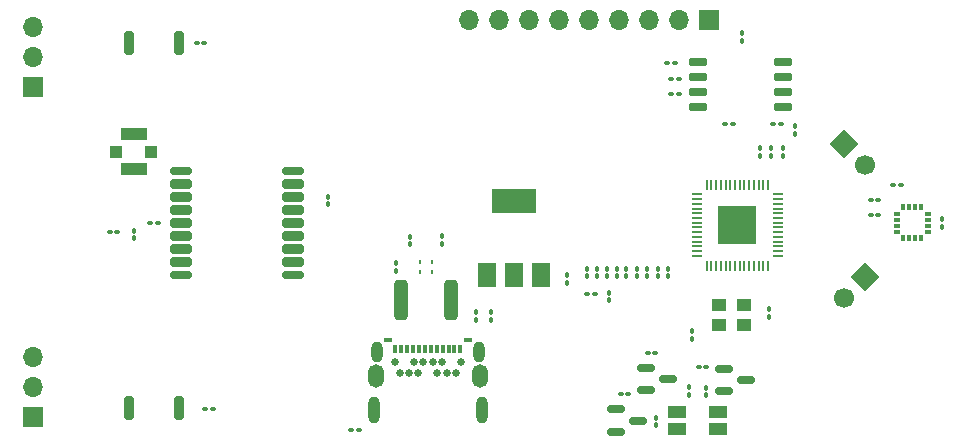
<source format=gbr>
%TF.GenerationSoftware,KiCad,Pcbnew,8.0.1*%
%TF.CreationDate,2024-03-30T16:51:40-04:00*%
%TF.ProjectId,pulp,70756c70-2e6b-4696-9361-645f70636258,rev?*%
%TF.SameCoordinates,Original*%
%TF.FileFunction,Soldermask,Top*%
%TF.FilePolarity,Negative*%
%FSLAX46Y46*%
G04 Gerber Fmt 4.6, Leading zero omitted, Abs format (unit mm)*
G04 Created by KiCad (PCBNEW 8.0.1) date 2024-03-30 16:51:40*
%MOMM*%
%LPD*%
G01*
G04 APERTURE LIST*
G04 Aperture macros list*
%AMRoundRect*
0 Rectangle with rounded corners*
0 $1 Rounding radius*
0 $2 $3 $4 $5 $6 $7 $8 $9 X,Y pos of 4 corners*
0 Add a 4 corners polygon primitive as box body*
4,1,4,$2,$3,$4,$5,$6,$7,$8,$9,$2,$3,0*
0 Add four circle primitives for the rounded corners*
1,1,$1+$1,$2,$3*
1,1,$1+$1,$4,$5*
1,1,$1+$1,$6,$7*
1,1,$1+$1,$8,$9*
0 Add four rect primitives between the rounded corners*
20,1,$1+$1,$2,$3,$4,$5,0*
20,1,$1+$1,$4,$5,$6,$7,0*
20,1,$1+$1,$6,$7,$8,$9,0*
20,1,$1+$1,$8,$9,$2,$3,0*%
%AMHorizOval*
0 Thick line with rounded ends*
0 $1 width*
0 $2 $3 position (X,Y) of the first rounded end (center of the circle)*
0 $4 $5 position (X,Y) of the second rounded end (center of the circle)*
0 Add line between two ends*
20,1,$1,$2,$3,$4,$5,0*
0 Add two circle primitives to create the rounded ends*
1,1,$1,$2,$3*
1,1,$1,$4,$5*%
%AMRotRect*
0 Rectangle, with rotation*
0 The origin of the aperture is its center*
0 $1 length*
0 $2 width*
0 $3 Rotation angle, in degrees counterclockwise*
0 Add horizontal line*
21,1,$1,$2,0,0,$3*%
G04 Aperture macros list end*
%ADD10RoundRect,0.100000X-0.100000X0.130000X-0.100000X-0.130000X0.100000X-0.130000X0.100000X0.130000X0*%
%ADD11RoundRect,0.250000X0.312500X1.450000X-0.312500X1.450000X-0.312500X-1.450000X0.312500X-1.450000X0*%
%ADD12RoundRect,0.100000X0.130000X0.100000X-0.130000X0.100000X-0.130000X-0.100000X0.130000X-0.100000X0*%
%ADD13O,1.700000X1.700000*%
%ADD14R,1.700000X1.700000*%
%ADD15RoundRect,0.100000X0.100000X-0.130000X0.100000X0.130000X-0.100000X0.130000X-0.100000X-0.130000X0*%
%ADD16RoundRect,0.062500X0.062500X-0.117500X0.062500X0.117500X-0.062500X0.117500X-0.062500X-0.117500X0*%
%ADD17R,3.200000X3.200000*%
%ADD18RoundRect,0.050000X-0.050000X-0.387500X0.050000X-0.387500X0.050000X0.387500X-0.050000X0.387500X0*%
%ADD19RoundRect,0.050000X-0.387500X-0.050000X0.387500X-0.050000X0.387500X0.050000X-0.387500X0.050000X0*%
%ADD20R,1.300000X1.100000*%
%ADD21R,1.500000X1.000000*%
%ADD22RoundRect,0.100000X-0.130000X-0.100000X0.130000X-0.100000X0.130000X0.100000X-0.130000X0.100000X0*%
%ADD23R,2.200000X1.050000*%
%ADD24R,1.000000X1.000000*%
%ADD25RoundRect,0.200000X-0.200000X-0.800000X0.200000X-0.800000X0.200000X0.800000X-0.200000X0.800000X0*%
%ADD26RoundRect,0.150000X-0.587500X-0.150000X0.587500X-0.150000X0.587500X0.150000X-0.587500X0.150000X0*%
%ADD27RoundRect,0.150000X-0.650000X-0.150000X0.650000X-0.150000X0.650000X0.150000X-0.650000X0.150000X0*%
%ADD28R,1.500000X2.000000*%
%ADD29R,3.800000X2.000000*%
%ADD30HorizOval,1.700000X0.000000X0.000000X0.000000X0.000000X0*%
%ADD31RotRect,1.700000X1.700000X45.000000*%
%ADD32RoundRect,0.175000X0.725000X0.175000X-0.725000X0.175000X-0.725000X-0.175000X0.725000X-0.175000X0*%
%ADD33RoundRect,0.200000X0.700000X0.200000X-0.700000X0.200000X-0.700000X-0.200000X0.700000X-0.200000X0*%
%ADD34O,0.950000X2.280000*%
%ADD35O,1.330000X1.980000*%
%ADD36O,0.950000X1.800000*%
%ADD37R,0.700000X0.350000*%
%ADD38C,0.650000*%
%ADD39R,0.300000X0.700000*%
%ADD40RotRect,1.700000X1.700000X315.000000*%
%ADD41HorizOval,1.700000X0.000000X0.000000X0.000000X0.000000X0*%
%ADD42R,0.300000X0.550000*%
%ADD43R,0.550000X0.300000*%
G04 APERTURE END LIST*
D10*
%TO.C,C7*%
X82560000Y-68135000D03*
X82560000Y-67495000D03*
%TD*%
D11*
%TO.C,D4*%
X68492500Y-69550000D03*
X72767500Y-69550000D03*
%TD*%
D12*
%TO.C,R21*%
X89405000Y-74050000D03*
X90045000Y-74050000D03*
%TD*%
D10*
%TO.C,C15*%
X86130000Y-69620000D03*
X86130000Y-68980000D03*
%TD*%
D12*
%TO.C,R13*%
X91384000Y-50858000D03*
X92024000Y-50858000D03*
%TD*%
D13*
%TO.C,J5*%
X37375000Y-46445000D03*
X37375000Y-48985000D03*
D14*
X37375000Y-51525000D03*
%TD*%
D10*
%TO.C,C21*%
X89392600Y-67586400D03*
X89392600Y-66946400D03*
%TD*%
D12*
%TO.C,R2*%
X108310000Y-61145000D03*
X108950000Y-61145000D03*
%TD*%
D10*
%TO.C,C28*%
X90281600Y-67586400D03*
X90281600Y-66946400D03*
%TD*%
%TO.C,R20*%
X92880000Y-77620000D03*
X92880000Y-76980000D03*
%TD*%
%TO.C,C20*%
X84287200Y-67586000D03*
X84287200Y-66946000D03*
%TD*%
D13*
%TO.C,J6*%
X74285000Y-45905000D03*
X76825000Y-45905000D03*
X79365000Y-45905000D03*
X81905000Y-45905000D03*
X84445000Y-45905000D03*
X86985000Y-45905000D03*
X89525000Y-45905000D03*
X92065000Y-45905000D03*
D14*
X94605000Y-45905000D03*
%TD*%
D15*
%TO.C,C19*%
X100880000Y-56730000D03*
X100880000Y-57370000D03*
%TD*%
D10*
%TO.C,C3*%
X62380000Y-61490000D03*
X62380000Y-60850000D03*
%TD*%
D15*
%TO.C,R10*%
X99705000Y-70350000D03*
X99705000Y-70990000D03*
%TD*%
D10*
%TO.C,C25*%
X86801800Y-67586000D03*
X86801800Y-66946000D03*
%TD*%
D15*
%TO.C,R5*%
X68130000Y-66480000D03*
X68130000Y-67120000D03*
%TD*%
D13*
%TO.C,J4*%
X37405000Y-74445000D03*
X37405000Y-76985000D03*
D14*
X37405000Y-79525000D03*
%TD*%
D12*
%TO.C,R1*%
X108310000Y-62415000D03*
X108950000Y-62415000D03*
%TD*%
D10*
%TO.C,C24*%
X85963600Y-67586400D03*
X85963600Y-66946400D03*
%TD*%
D16*
%TO.C,D1*%
X70130000Y-67220000D03*
X70130000Y-66380000D03*
%TD*%
D15*
%TO.C,C8*%
X97380000Y-46980000D03*
X97380000Y-47620000D03*
%TD*%
D12*
%TO.C,R16*%
X95956000Y-54668000D03*
X96596000Y-54668000D03*
%TD*%
D17*
%TO.C,U2*%
X97000000Y-63250000D03*
D18*
X94400000Y-59812500D03*
X94800000Y-59812500D03*
X95200000Y-59812500D03*
X95600000Y-59812500D03*
X96000000Y-59812500D03*
X96400000Y-59812500D03*
X96800000Y-59812500D03*
X97200000Y-59812500D03*
X97600000Y-59812500D03*
X98000000Y-59812500D03*
X98400000Y-59812500D03*
X98800000Y-59812500D03*
X99200000Y-59812500D03*
X99600000Y-59812500D03*
D19*
X100437500Y-60650000D03*
X100437500Y-61050000D03*
X100437500Y-61450000D03*
X100437500Y-61850000D03*
X100437500Y-62250000D03*
X100437500Y-62650000D03*
X100437500Y-63050000D03*
X100437500Y-63450000D03*
X100437500Y-63850000D03*
X100437500Y-64250000D03*
X100437500Y-64650000D03*
X100437500Y-65050000D03*
X100437500Y-65450000D03*
X100437500Y-65850000D03*
D18*
X99600000Y-66687500D03*
X99200000Y-66687500D03*
X98800000Y-66687500D03*
X98400000Y-66687500D03*
X98000000Y-66687500D03*
X97600000Y-66687500D03*
X97200000Y-66687500D03*
X96800000Y-66687500D03*
X96400000Y-66687500D03*
X96000000Y-66687500D03*
X95600000Y-66687500D03*
X95200000Y-66687500D03*
X94800000Y-66687500D03*
X94400000Y-66687500D03*
D19*
X93562500Y-65850000D03*
X93562500Y-65450000D03*
X93562500Y-65050000D03*
X93562500Y-64650000D03*
X93562500Y-64250000D03*
X93562500Y-63850000D03*
X93562500Y-63450000D03*
X93562500Y-63050000D03*
X93562500Y-62650000D03*
X93562500Y-62250000D03*
X93562500Y-61850000D03*
X93562500Y-61450000D03*
X93562500Y-61050000D03*
X93562500Y-60650000D03*
%TD*%
D16*
%TO.C,D2*%
X71130000Y-67220000D03*
X71130000Y-66380000D03*
%TD*%
D12*
%TO.C,L1*%
X43880000Y-63800000D03*
X44520000Y-63800000D03*
%TD*%
D15*
%TO.C,R17*%
X69250000Y-64230000D03*
X69250000Y-64870000D03*
%TD*%
D20*
%TO.C,X2*%
X97580000Y-71685000D03*
X95480000Y-71685000D03*
X95480000Y-70035000D03*
X97580000Y-70035000D03*
%TD*%
D10*
%TO.C,C16*%
X93130000Y-72870000D03*
X93130000Y-72230000D03*
%TD*%
D21*
%TO.C,D3*%
X95380000Y-79100000D03*
X95380000Y-80500000D03*
X91880000Y-80500000D03*
X91880000Y-79100000D03*
%TD*%
D10*
%TO.C,C6*%
X76130000Y-71275000D03*
X76130000Y-70635000D03*
%TD*%
%TO.C,C22*%
X88503600Y-67586400D03*
X88503600Y-66946400D03*
%TD*%
%TO.C,R19*%
X94390000Y-77640000D03*
X94390000Y-77000000D03*
%TD*%
D12*
%TO.C,C1*%
X110215000Y-59875000D03*
X110855000Y-59875000D03*
%TD*%
D10*
%TO.C,C26*%
X85125400Y-67586000D03*
X85125400Y-66946000D03*
%TD*%
%TO.C,C4*%
X45880000Y-64370000D03*
X45880000Y-63730000D03*
%TD*%
D22*
%TO.C,R22*%
X94380000Y-75300000D03*
X93740000Y-75300000D03*
%TD*%
D12*
%TO.C,R6*%
X91060000Y-49550000D03*
X91700000Y-49550000D03*
%TD*%
D23*
%TO.C,J1*%
X45880000Y-55575000D03*
D24*
X44380000Y-57050000D03*
D23*
X45880000Y-58525000D03*
D24*
X47380000Y-57050000D03*
%TD*%
D25*
%TO.C,SW1*%
X49730000Y-47800000D03*
X45530000Y-47800000D03*
%TD*%
D22*
%TO.C,R7*%
X52605000Y-78800000D03*
X51965000Y-78800000D03*
%TD*%
D12*
%TO.C,R12*%
X100020000Y-54668000D03*
X100660000Y-54668000D03*
%TD*%
D26*
%TO.C,Q2*%
X97755000Y-76350000D03*
X95880000Y-77300000D03*
X95880000Y-75400000D03*
%TD*%
D12*
%TO.C,R23*%
X87130000Y-77550000D03*
X87770000Y-77550000D03*
%TD*%
D27*
%TO.C,U5*%
X100892000Y-49461000D03*
X100892000Y-50731000D03*
X100892000Y-52001000D03*
X100892000Y-53271000D03*
X93692000Y-53271000D03*
X93692000Y-52001000D03*
X93692000Y-50731000D03*
X93692000Y-49461000D03*
%TD*%
D15*
%TO.C,C2*%
X114345000Y-62730000D03*
X114345000Y-63370000D03*
%TD*%
D28*
%TO.C,U4*%
X80415000Y-67470000D03*
D29*
X78115000Y-61170000D03*
D28*
X78115000Y-67470000D03*
X75815000Y-67470000D03*
%TD*%
D12*
%TO.C,R4*%
X64950000Y-80600000D03*
X64310000Y-80600000D03*
%TD*%
%TO.C,R3*%
X47310000Y-63050000D03*
X47950000Y-63050000D03*
%TD*%
D26*
%TO.C,Q3*%
X88630000Y-79800000D03*
X86755000Y-80750000D03*
X86755000Y-78850000D03*
%TD*%
D15*
%TO.C,C17*%
X98880000Y-56730000D03*
X98880000Y-57370000D03*
%TD*%
D22*
%TO.C,R8*%
X51880000Y-47800000D03*
X51240000Y-47800000D03*
%TD*%
D10*
%TO.C,C5*%
X74860000Y-71245000D03*
X74860000Y-70605000D03*
%TD*%
D26*
%TO.C,Q1*%
X91130000Y-76300000D03*
X89255000Y-77250000D03*
X89255000Y-75350000D03*
%TD*%
D10*
%TO.C,R15*%
X101864000Y-55496000D03*
X101864000Y-54856000D03*
%TD*%
%TO.C,R18*%
X72000000Y-64820000D03*
X72000000Y-64180000D03*
%TD*%
D15*
%TO.C,C18*%
X99880000Y-56730000D03*
X99880000Y-57370000D03*
%TD*%
D25*
%TO.C,SW2*%
X49730000Y-78750000D03*
X45530000Y-78750000D03*
%TD*%
D10*
%TO.C,C23*%
X87614600Y-67586400D03*
X87614600Y-66946400D03*
%TD*%
D30*
%TO.C,J3*%
X107800898Y-58188082D03*
D31*
X106004847Y-56392031D03*
%TD*%
D32*
%TO.C,U3*%
X49870000Y-67450000D03*
D33*
X49870000Y-66350000D03*
X49870000Y-65250000D03*
X49870000Y-64150000D03*
X49870000Y-63050000D03*
X49870000Y-61950000D03*
X49870000Y-60850000D03*
X49870000Y-59750000D03*
D32*
X49870000Y-58650000D03*
X59370000Y-58650000D03*
D33*
X59370000Y-59750000D03*
X59370000Y-60850000D03*
X59370000Y-61950000D03*
X59370000Y-63050000D03*
X59370000Y-64150000D03*
X59370000Y-65250000D03*
X59370000Y-66350000D03*
D32*
X59370000Y-67450000D03*
%TD*%
D12*
%TO.C,R14*%
X91384000Y-52128000D03*
X92024000Y-52128000D03*
%TD*%
D34*
%TO.C,J7*%
X75375000Y-78910000D03*
D35*
X75190000Y-76000000D03*
D36*
X75095000Y-74020000D03*
D37*
X74175000Y-72955000D03*
X67425000Y-72955000D03*
D36*
X66505000Y-74020000D03*
D35*
X66410000Y-76000000D03*
D34*
X66225000Y-78910000D03*
D38*
X68000000Y-74850000D03*
X68400000Y-75750000D03*
X69200000Y-75750000D03*
X69600000Y-74850000D03*
X70000000Y-75750000D03*
X70400000Y-74850000D03*
X71200000Y-74850000D03*
X71600000Y-75750000D03*
X72000000Y-74850000D03*
X72400000Y-75750000D03*
X73200000Y-75750000D03*
X73600000Y-74850000D03*
D39*
X73550000Y-73740000D03*
X73050000Y-73740000D03*
X72550000Y-73740000D03*
X72050000Y-73740000D03*
X71550000Y-73740000D03*
X71050000Y-73740000D03*
X70550000Y-73740000D03*
X70050000Y-73740000D03*
X69550000Y-73740000D03*
X69050000Y-73740000D03*
X68550000Y-73740000D03*
X68050000Y-73740000D03*
%TD*%
D22*
%TO.C,R11*%
X84950000Y-69050000D03*
X84310000Y-69050000D03*
%TD*%
D10*
%TO.C,C27*%
X91170600Y-67586400D03*
X91170600Y-66946400D03*
%TD*%
D40*
%TO.C,J2*%
X107807969Y-67604847D03*
D41*
X106011918Y-69400898D03*
%TD*%
D42*
%TO.C,U1*%
X111055000Y-61725000D03*
X111555000Y-61725000D03*
X112055000Y-61725000D03*
X112555000Y-61725000D03*
D43*
X113130000Y-62300000D03*
X113130000Y-62800000D03*
X113130000Y-63300000D03*
X113130000Y-63800000D03*
D42*
X112555000Y-64375000D03*
X112055000Y-64375000D03*
X111555000Y-64375000D03*
X111055000Y-64375000D03*
D43*
X110480000Y-63800000D03*
X110480000Y-63300000D03*
X110480000Y-62800000D03*
X110480000Y-62300000D03*
%TD*%
D15*
%TO.C,R9*%
X90130000Y-79550000D03*
X90130000Y-80190000D03*
%TD*%
M02*

</source>
